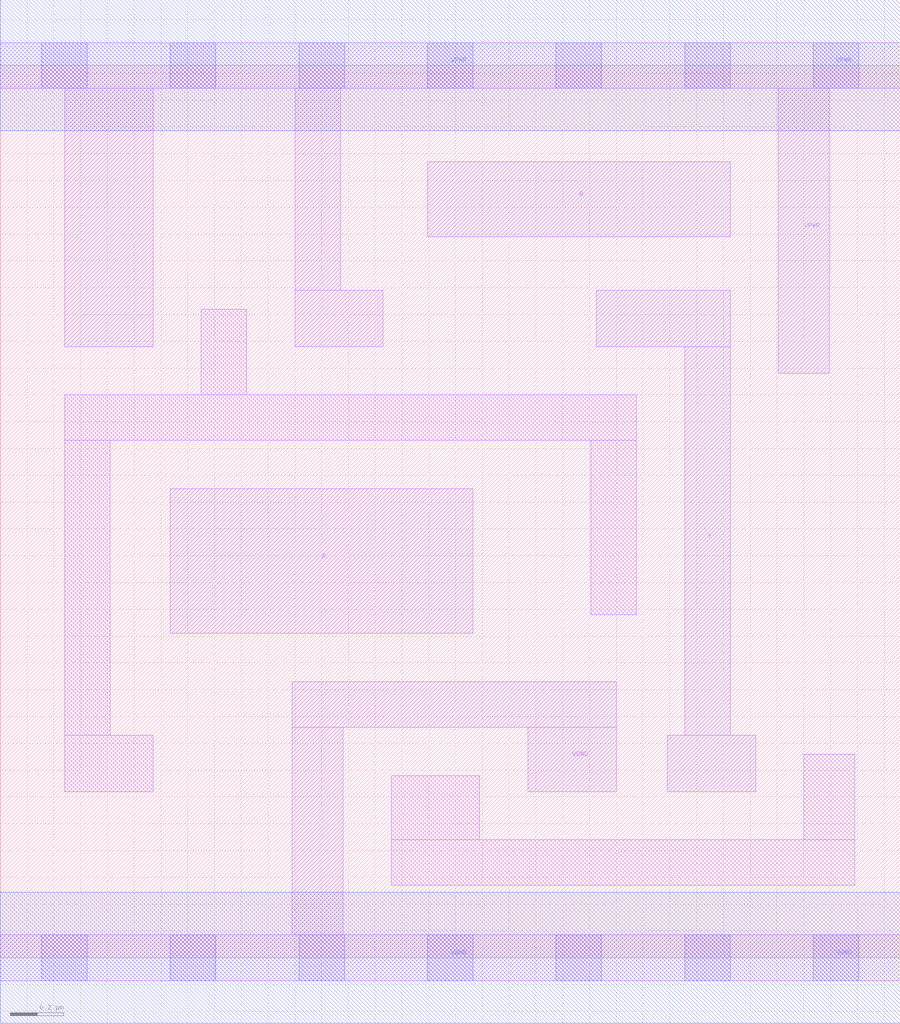
<source format=lef>
# Copyright 2020 The SkyWater PDK Authors
#
# Licensed under the Apache License, Version 2.0 (the "License");
# you may not use this file except in compliance with the License.
# You may obtain a copy of the License at
#
#     https://www.apache.org/licenses/LICENSE-2.0
#
# Unless required by applicable law or agreed to in writing, software
# distributed under the License is distributed on an "AS IS" BASIS,
# WITHOUT WARRANTIES OR CONDITIONS OF ANY KIND, either express or implied.
# See the License for the specific language governing permissions and
# limitations under the License.
#
# SPDX-License-Identifier: Apache-2.0

VERSION 5.7 ;
  NAMESCASESENSITIVE ON ;
  NOWIREEXTENSIONATPIN ON ;
  DIVIDERCHAR "/" ;
  BUSBITCHARS "[]" ;
UNITS
  DATABASE MICRONS 200 ;
END UNITS
MACRO sky130_fd_sc_lp__xnor2_m
  CLASS CORE ;
  SOURCE USER ;
  FOREIGN sky130_fd_sc_lp__xnor2_m ;
  ORIGIN  0.000000  0.000000 ;
  SIZE  3.360000 BY  3.330000 ;
  SYMMETRY X Y R90 ;
  SITE unit ;
  PIN A
    ANTENNAGATEAREA  0.252000 ;
    DIRECTION INPUT ;
    USE SIGNAL ;
    PORT
      LAYER li1 ;
        RECT 0.635000 1.210000 1.765000 1.750000 ;
    END
  END A
  PIN B
    ANTENNAGATEAREA  0.252000 ;
    DIRECTION INPUT ;
    USE SIGNAL ;
    PORT
      LAYER li1 ;
        RECT 1.595000 2.690000 2.725000 2.970000 ;
    END
  END B
  PIN Y
    ANTENNADIFFAREA  0.426300 ;
    DIRECTION OUTPUT ;
    USE SIGNAL ;
    PORT
      LAYER li1 ;
        RECT 2.225000 2.280000 2.725000 2.490000 ;
        RECT 2.490000 0.620000 2.820000 0.830000 ;
        RECT 2.555000 0.830000 2.725000 2.280000 ;
    END
  END Y
  PIN VGND
    DIRECTION INOUT ;
    USE GROUND ;
    PORT
      LAYER li1 ;
        RECT 0.000000 -0.085000 3.360000 0.085000 ;
        RECT 1.090000  0.085000 1.280000 0.860000 ;
        RECT 1.090000  0.860000 2.300000 1.030000 ;
        RECT 1.970000  0.620000 2.300000 0.860000 ;
      LAYER mcon ;
        RECT 0.155000 -0.085000 0.325000 0.085000 ;
        RECT 0.635000 -0.085000 0.805000 0.085000 ;
        RECT 1.115000 -0.085000 1.285000 0.085000 ;
        RECT 1.595000 -0.085000 1.765000 0.085000 ;
        RECT 2.075000 -0.085000 2.245000 0.085000 ;
        RECT 2.555000 -0.085000 2.725000 0.085000 ;
        RECT 3.035000 -0.085000 3.205000 0.085000 ;
      LAYER met1 ;
        RECT 0.000000 -0.245000 3.360000 0.245000 ;
    END
  END VGND
  PIN VPWR
    DIRECTION INOUT ;
    USE POWER ;
    PORT
      LAYER li1 ;
        RECT 0.000000 3.245000 3.360000 3.415000 ;
        RECT 0.240000 2.280000 0.570000 3.245000 ;
        RECT 1.100000 2.280000 1.430000 2.490000 ;
        RECT 1.100000 2.490000 1.270000 3.245000 ;
        RECT 2.905000 2.180000 3.095000 3.245000 ;
      LAYER mcon ;
        RECT 0.155000 3.245000 0.325000 3.415000 ;
        RECT 0.635000 3.245000 0.805000 3.415000 ;
        RECT 1.115000 3.245000 1.285000 3.415000 ;
        RECT 1.595000 3.245000 1.765000 3.415000 ;
        RECT 2.075000 3.245000 2.245000 3.415000 ;
        RECT 2.555000 3.245000 2.725000 3.415000 ;
        RECT 3.035000 3.245000 3.205000 3.415000 ;
      LAYER met1 ;
        RECT 0.000000 3.085000 3.360000 3.575000 ;
    END
  END VPWR
  OBS
    LAYER li1 ;
      RECT 0.240000 0.620000 0.570000 0.830000 ;
      RECT 0.240000 0.830000 0.410000 1.930000 ;
      RECT 0.240000 1.930000 2.375000 2.100000 ;
      RECT 0.750000 2.100000 0.920000 2.420000 ;
      RECT 1.460000 0.270000 3.190000 0.440000 ;
      RECT 1.460000 0.440000 1.790000 0.680000 ;
      RECT 2.205000 1.280000 2.375000 1.930000 ;
      RECT 3.000000 0.440000 3.190000 0.760000 ;
  END
END sky130_fd_sc_lp__xnor2_m

</source>
